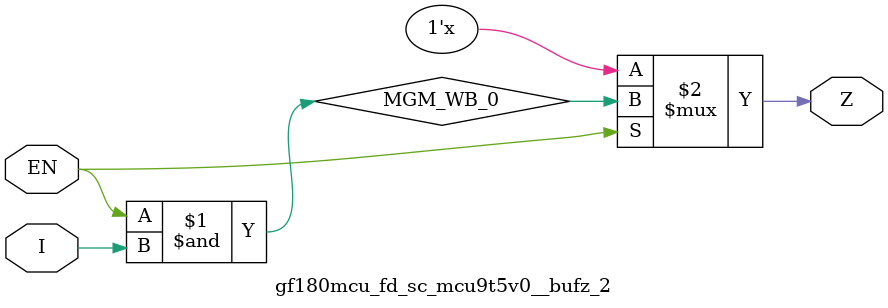
<source format=v>

module gf180mcu_fd_sc_mcu9t5v0__bufz_2( EN, I, Z );
input EN, I;
output Z;

	wire MGM_WB_0;

	wire MGM_WB_1;

	and MGM_BG_0( MGM_WB_0, EN, I );

	not MGM_BG_1( MGM_WB_1, EN );

	bufif0 MGM_BG_2( Z, MGM_WB_0,MGM_WB_1 );

endmodule

</source>
